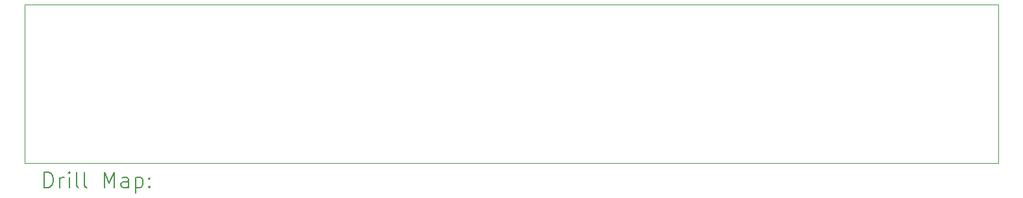
<source format=gbr>
%TF.GenerationSoftware,KiCad,Pcbnew,7.0.10*%
%TF.CreationDate,2024-06-02T15:41:42+02:00*%
%TF.ProjectId,eBoard_pcb,65426f61-7264-45f7-9063-622e6b696361,rev?*%
%TF.SameCoordinates,Original*%
%TF.FileFunction,Drillmap*%
%TF.FilePolarity,Positive*%
%FSLAX45Y45*%
G04 Gerber Fmt 4.5, Leading zero omitted, Abs format (unit mm)*
G04 Created by KiCad (PCBNEW 7.0.10) date 2024-06-02 15:41:42*
%MOMM*%
%LPD*%
G01*
G04 APERTURE LIST*
%ADD10C,0.100000*%
%ADD11C,0.200000*%
G04 APERTURE END LIST*
D10*
X10414000Y-5627491D02*
X23114000Y-5627491D01*
X23114000Y-7701098D01*
X10414000Y-7701098D01*
X10414000Y-5627491D01*
D11*
X10669777Y-8017582D02*
X10669777Y-7817582D01*
X10669777Y-7817582D02*
X10717396Y-7817582D01*
X10717396Y-7817582D02*
X10745967Y-7827105D01*
X10745967Y-7827105D02*
X10765015Y-7846153D01*
X10765015Y-7846153D02*
X10774539Y-7865201D01*
X10774539Y-7865201D02*
X10784063Y-7903296D01*
X10784063Y-7903296D02*
X10784063Y-7931867D01*
X10784063Y-7931867D02*
X10774539Y-7969962D01*
X10774539Y-7969962D02*
X10765015Y-7989010D01*
X10765015Y-7989010D02*
X10745967Y-8008058D01*
X10745967Y-8008058D02*
X10717396Y-8017582D01*
X10717396Y-8017582D02*
X10669777Y-8017582D01*
X10869777Y-8017582D02*
X10869777Y-7884248D01*
X10869777Y-7922343D02*
X10879301Y-7903296D01*
X10879301Y-7903296D02*
X10888824Y-7893772D01*
X10888824Y-7893772D02*
X10907872Y-7884248D01*
X10907872Y-7884248D02*
X10926920Y-7884248D01*
X10993586Y-8017582D02*
X10993586Y-7884248D01*
X10993586Y-7817582D02*
X10984063Y-7827105D01*
X10984063Y-7827105D02*
X10993586Y-7836629D01*
X10993586Y-7836629D02*
X11003110Y-7827105D01*
X11003110Y-7827105D02*
X10993586Y-7817582D01*
X10993586Y-7817582D02*
X10993586Y-7836629D01*
X11117396Y-8017582D02*
X11098348Y-8008058D01*
X11098348Y-8008058D02*
X11088824Y-7989010D01*
X11088824Y-7989010D02*
X11088824Y-7817582D01*
X11222158Y-8017582D02*
X11203110Y-8008058D01*
X11203110Y-8008058D02*
X11193586Y-7989010D01*
X11193586Y-7989010D02*
X11193586Y-7817582D01*
X11450729Y-8017582D02*
X11450729Y-7817582D01*
X11450729Y-7817582D02*
X11517396Y-7960439D01*
X11517396Y-7960439D02*
X11584062Y-7817582D01*
X11584062Y-7817582D02*
X11584062Y-8017582D01*
X11765015Y-8017582D02*
X11765015Y-7912820D01*
X11765015Y-7912820D02*
X11755491Y-7893772D01*
X11755491Y-7893772D02*
X11736443Y-7884248D01*
X11736443Y-7884248D02*
X11698348Y-7884248D01*
X11698348Y-7884248D02*
X11679301Y-7893772D01*
X11765015Y-8008058D02*
X11745967Y-8017582D01*
X11745967Y-8017582D02*
X11698348Y-8017582D01*
X11698348Y-8017582D02*
X11679301Y-8008058D01*
X11679301Y-8008058D02*
X11669777Y-7989010D01*
X11669777Y-7989010D02*
X11669777Y-7969962D01*
X11669777Y-7969962D02*
X11679301Y-7950915D01*
X11679301Y-7950915D02*
X11698348Y-7941391D01*
X11698348Y-7941391D02*
X11745967Y-7941391D01*
X11745967Y-7941391D02*
X11765015Y-7931867D01*
X11860253Y-7884248D02*
X11860253Y-8084248D01*
X11860253Y-7893772D02*
X11879301Y-7884248D01*
X11879301Y-7884248D02*
X11917396Y-7884248D01*
X11917396Y-7884248D02*
X11936443Y-7893772D01*
X11936443Y-7893772D02*
X11945967Y-7903296D01*
X11945967Y-7903296D02*
X11955491Y-7922343D01*
X11955491Y-7922343D02*
X11955491Y-7979486D01*
X11955491Y-7979486D02*
X11945967Y-7998534D01*
X11945967Y-7998534D02*
X11936443Y-8008058D01*
X11936443Y-8008058D02*
X11917396Y-8017582D01*
X11917396Y-8017582D02*
X11879301Y-8017582D01*
X11879301Y-8017582D02*
X11860253Y-8008058D01*
X12041205Y-7998534D02*
X12050729Y-8008058D01*
X12050729Y-8008058D02*
X12041205Y-8017582D01*
X12041205Y-8017582D02*
X12031682Y-8008058D01*
X12031682Y-8008058D02*
X12041205Y-7998534D01*
X12041205Y-7998534D02*
X12041205Y-8017582D01*
X12041205Y-7893772D02*
X12050729Y-7903296D01*
X12050729Y-7903296D02*
X12041205Y-7912820D01*
X12041205Y-7912820D02*
X12031682Y-7903296D01*
X12031682Y-7903296D02*
X12041205Y-7893772D01*
X12041205Y-7893772D02*
X12041205Y-7912820D01*
M02*

</source>
